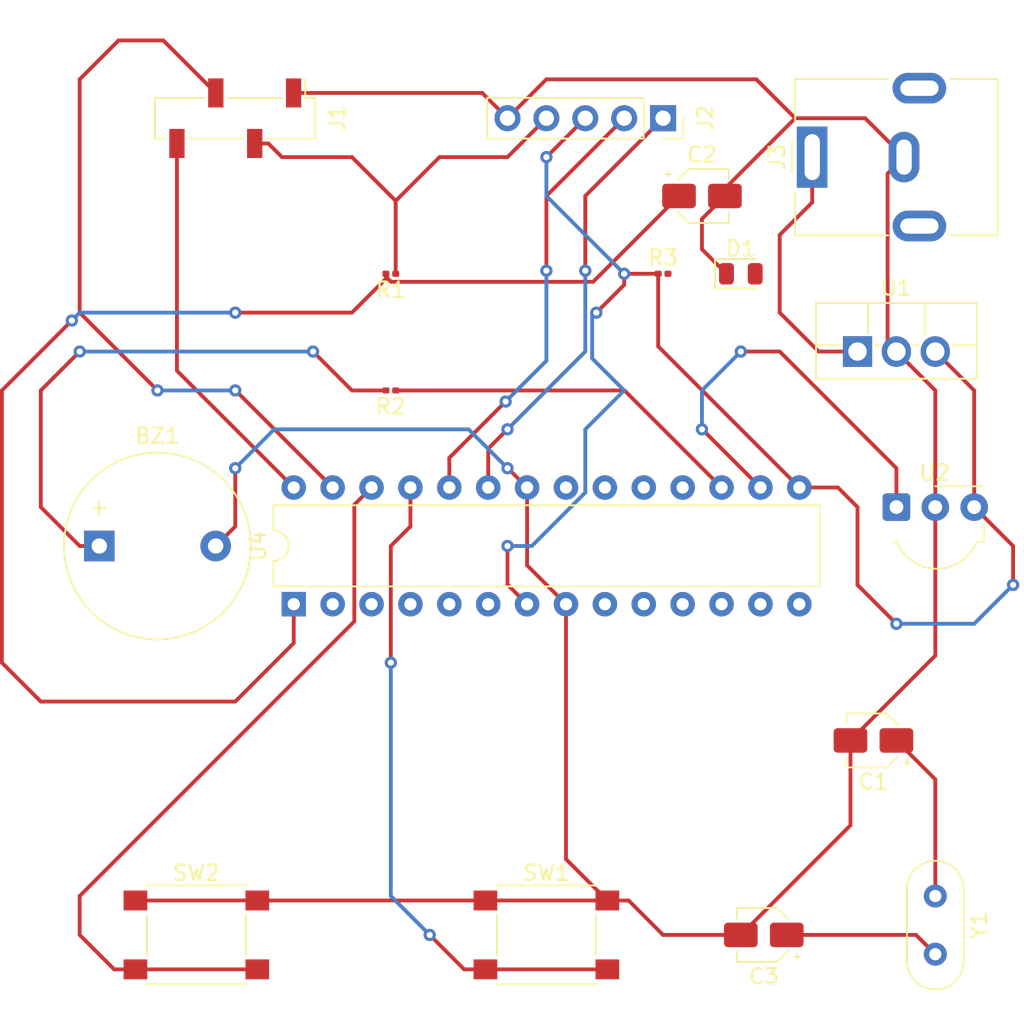
<source format=kicad_pcb>
(kicad_pcb (version 20211014) (generator pcbnew)
  (layers (0 "F.Cu" signal) (31 "B.Cu" signal) (34 "B.Paste" user) (35 "F.Paste" user) (36 "B.SilkS" user "B.Silkscreen") (37 "F.SilkS" user "F.Silkscreen") (38 "B.Mask" user) (39 "F.Mask" user) (44 "Edge.Cuts" user))
  (net 0 "")
  (net 1 "17")
  (net 2 "GND")
  (net 3 "Net-(C1-Pad1)")
  (net 4 "RESET")
  (net 5 "Net-(C3-Pad1)")
  (net 6 "ENA")
  (net 7 "SDA")
  (net 8 "SCL")
  (net 9 "IN1")
  (net 10 "IN2")
  (net 11 "25")
  (net 12 "26")
  (net 13 "16")
  (net 19 "9")
  (net 20 "10")
  (net 29 "Net-(D1-Pad2)")
  (net 30 "Net-(BZ1-Pad1)")
  (net 31 "Net-(J3-Pad1)")
  (footprint "Resistor_SMD:R_0201_0603Metric" (layer "F.Cu") (at 139.7 96.52 180)
    (fp_text reference "R2" (at 0 -1.05) (layer "F.SilkS"))
    (fp_text value "100k")
    (pad "1" smd roundrect (at -0.32 0 180) (size 0.46 0.4) (layers "F.Cu" "F.Mask") (net 1 "17"))
    (pad "2" smd roundrect (at 0.32 0 180) (size 0.46 0.4) (layers "F.Cu" "F.Mask") (net 30 "Net-(BZ1-Pad1)"))
  )
  (footprint "OptoDevice:Vishay_MOLD-3Pin" (layer "F.Cu") (at 172.72 104.14)
    (fp_text reference "U2" (at 2.5 -2.25 180) (layer "F.SilkS"))
    (fp_text value "TSDP341xx")
    (fp_line (start 5.7 2.3) (end 5.7 1.1) (layer "F.SilkS") (width 0.12))
    (fp_line (start 5.62 -1.36) (end 2.54 -1.36) (layer "F.SilkS") (width 0.12))
    (fp_line (start 5.7 2.3) (end 5.24 2.3) (layer "F.SilkS") (width 0.12))
    (fp_line (start 0.04 2.3) (end -0.18 2.3) (layer "F.SilkS") (width 0.12))
    (fp_arc (start 5.24 2.3) (mid 2.64 4.023119) (end 0.04 2.3) (layer "F.SilkS") (width 0.12))
    (pad "1" thru_hole roundrect (at 0 0) (size 1.8 1.8) (drill 0.9) (layers *.Cu *.Mask) (roundrect_rratio 0.138) (net 13 "16"))
    (pad "2" thru_hole circle (at 2.54 0) (size 1.8 1.8) (drill 0.9) (layers *.Cu *.Mask) (net 2 "GND"))
    (pad "3" thru_hole circle (at 5.08 0) (size 1.8 1.8) (drill 0.9) (layers *.Cu *.Mask) (net 6 "ENA"))
  )
  (footprint "Connector_BarrelJack:BarrelJack_CUI_PJ-063AH_Horizontal" (layer "F.Cu") (at 167.22 81.28 90)
    (fp_text reference "J3" (at 0 -2.3 90) (layer "F.SilkS"))
    (fp_text value "Barrel_Jack")
    (fp_line (start 5.11 9.05) (end 5.11 12.11) (layer "F.SilkS") (width 0.12))
    (fp_line (start -5.11 12.11) (end -5.11 9.05) (layer "F.SilkS") (width 0.12))
    (fp_line (start -1 -1.3) (end 1 -1.3) (layer "F.SilkS") (width 0.12))
    (fp_line (start -5.11 -1.11) (end -2.3 -1.11) (layer "F.SilkS") (width 0.12))
    (fp_line (start 5.11 12.11) (end -5.11 12.11) (layer "F.SilkS") (width 0.12))
    (fp_line (start 5.11 -1.11) (end 5.11 4.95) (layer "F.SilkS") (width 0.12))
    (fp_line (start -5.11 4.95) (end -5.11 -1.11) (layer "F.SilkS") (width 0.12))
    (fp_line (start 2.3 -1.11) (end 5.11 -1.11) (layer "F.SilkS") (width 0.12))
    (pad "" np_thru_hole circle (at 0 9 90) (size 1.6 1.6) (drill 1.6) (layers *.Cu *.Mask))
    (pad "1" thru_hole rect (at 0 0 90) (size 4 2) (drill oval 3 1) (layers *.Cu *.Mask) (net 31 "Net-(J3-Pad1)"))
    (pad "2" thru_hole oval (at 0 6 90) (size 3.3 2) (drill oval 2.3 1) (layers *.Cu *.Mask) (net 2 "GND"))
    (pad "MP" thru_hole oval (at -4.5 7 90) (size 2 3.5) (drill oval 1 2.5) (layers *.Cu *.Mask))
    (pad "MP" thru_hole oval (at 4.5 7 90) (size 2 3.5) (drill oval 1 2.5) (layers *.Cu *.Mask))
  )
  (footprint "Capacitor_SMD:CP_Elec_3x5.4" (layer "F.Cu") (at 164.06 132.08 180)
    (fp_text reference "C3" (at 0 -2.7) (layer "F.SilkS"))
    (fp_text value "22n")
    (fp_line (start -1.570563 1.06) (end -0.870563 1.76) (layer "F.SilkS") (width 0.12))
    (fp_line (start -0.870563 -1.76) (end 1.76 -1.76) (layer "F.SilkS") (width 0.12))
    (fp_line (start -2.1875 -1.6225) (end -2.1875 -1.2475) (layer "F.SilkS") (width 0.12))
    (fp_line (start -0.870563 1.76) (end 1.76 1.76) (layer "F.SilkS") (width 0.12))
    (fp_line (start -2.375 -1.435) (end -2 -1.435) (layer "F.SilkS") (width 0.12))
    (fp_line (start 1.76 1.76) (end 1.76 1.06) (layer "F.SilkS") (width 0.12))
    (fp_line (start 1.76 -1.76) (end 1.76 -1.06) (layer "F.SilkS") (width 0.12))
    (fp_line (start -1.570563 -1.06) (end -0.870563 -1.76) (layer "F.SilkS") (width 0.12))
    (pad "1" smd roundrect (at -1.5 0 180) (size 2.2 1.6) (layers "F.Cu" "F.Paste" "F.Mask") (roundrect_rratio 0.15625) (net 5 "Net-(C3-Pad1)"))
    (pad "2" smd roundrect (at 1.5 0 180) (size 2.2 1.6) (layers "F.Cu" "F.Paste" "F.Mask") (roundrect_rratio 0.15625) (net 2 "GND"))
  )
  (footprint "Crystal:Crystal_HC52-U_Vertical" (layer "F.Cu") (at 175.26 129.54 -90)
    (fp_text reference "Y1" (at 1.9 -2.85 90) (layer "F.SilkS"))
    (fp_text value "Crystal")
    (fp_line (start -0.45 -1.85) (end 4.25 -1.85) (layer "F.SilkS") (width 0.12))
    (fp_line (start -0.45 1.85) (end 4.25 1.85) (layer "F.SilkS") (width 0.12))
    (fp_arc (start -0.45 1.85) (mid -2.3 0) (end -0.45 -1.85) (layer "F.SilkS") (width 0.12))
    (fp_arc (start 4.25 -1.85) (mid 6.1 0) (end 4.25 1.85) (layer "F.SilkS") (width 0.12))
    (pad "1" thru_hole circle (at 0 0 270) (size 1.5 1.5) (drill 0.8) (layers *.Cu *.Mask) (net 3 "Net-(C1-Pad1)"))
    (pad "2" thru_hole circle (at 3.8 0 270) (size 1.5 1.5) (drill 0.8) (layers *.Cu *.Mask) (net 5 "Net-(C3-Pad1)"))
  )
  (footprint "Package_DIP:DIP-28_W7.62mm" (layer "F.Cu") (at 133.36 110.48 90)
    (fp_text reference "U4" (at 3.81 -2.33 90) (layer "F.SilkS"))
    (fp_text value "ATmega328-P")
    (fp_line (start 6.46 -1.33) (end 4.81 -1.33) (layer "F.SilkS") (width 0.12))
    (fp_line (start 2.81 -1.33) (end 1.16 -1.33) (layer "F.SilkS") (width 0.12))
    (fp_line (start 6.46 34.35) (end 6.46 -1.33) (layer "F.SilkS") (width 0.12))
    (fp_line (start 1.16 34.35) (end 6.46 34.35) (layer "F.SilkS") (width 0.12))
    (fp_line (start 1.16 -1.33) (end 1.16 34.35) (layer "F.SilkS") (width 0.12))
    (fp_arc (start 4.81 -1.33) (mid 3.81 -0.33) (end 2.81 -1.33) (layer "F.SilkS") (width 0.12))
    (pad "1" thru_hole rect (at 0 0 90) (size 1.6 1.6) (drill 0.8) (layers *.Cu *.Mask) (net 4 "RESET"))
    (pad "2" thru_hole oval (at 0 2.54 90) (size 1.6 1.6) (drill 0.8) (layers *.Cu *.Mask))
    (pad "3" thru_hole oval (at 0 5.08 90) (size 1.6 1.6) (drill 0.8) (layers *.Cu *.Mask))
    (pad "4" thru_hole oval (at 0 7.62 90) (size 1.6 1.6) (drill 0.8) (layers *.Cu *.Mask))
    (pad "5" thru_hole oval (at 0 10.16 90) (size 1.6 1.6) (drill 0.8) (layers *.Cu *.Mask))
    (pad "6" thru_hole oval (at 0 12.7 90) (size 1.6 1.6) (drill 0.8) (layers *.Cu *.Mask))
    (pad "7" thru_hole oval (at 0 15.24 90) (size 1.6 1.6) (drill 0.8) (layers *.Cu *.Mask) (net 6 "ENA"))
    (pad "8" thru_hole oval (at 0 17.78 90) (size 1.6 1.6) (drill 0.8) (layers *.Cu *.Mask) (net 2 "GND"))
    (pad "9" thru_hole oval (at 0 20.32 90) (size 1.6 1.6) (drill 0.8) (layers *.Cu *.Mask) (net 19 "9"))
    (pad "10" thru_hole oval (at 0 22.86 90) (size 1.6 1.6) (drill 0.8) (layers *.Cu *.Mask) (net 20 "10"))
    (pad "11" thru_hole oval (at 0 25.4 90) (size 1.6 1.6) (drill 0.8) (layers *.Cu *.Mask))
    (pad "12" thru_hole oval (at 0 27.94 90) (size 1.6 1.6) (drill 0.8) (layers *.Cu *.Mask))
    (pad "13" thru_hole oval (at 0 30.48 90) (size 1.6 1.6) (drill 0.8) (layers *.Cu *.Mask))
    (pad "14" thru_hole oval (at 0 33.02 90) (size 1.6 1.6) (drill 0.8) (layers *.Cu *.Mask))
    (pad "15" thru_hole oval (at 7.62 33.02 90) (size 1.6 1.6) (drill 0.8) (layers *.Cu *.Mask) (net 6 "ENA"))
    (pad "16" thru_hole oval (at 7.62 30.48 90) (size 1.6 1.6) (drill 0.8) (layers *.Cu *.Mask) (net 13 "16"))
    (pad "17" thru_hole oval (at 7.62 27.94 90) (size 1.6 1.6) (drill 0.8) (layers *.Cu *.Mask) (net 1 "17"))
    (pad "18" thru_hole oval (at 7.62 25.4 90) (size 1.6 1.6) (drill 0.8) (layers *.Cu *.Mask))
    (pad "19" thru_hole oval (at 7.62 22.86 90) (size 1.6 1.6) (drill 0.8) (layers *.Cu *.Mask))
    (pad "20" thru_hole oval (at 7.62 20.32 90) (size 1.6 1.6) (drill 0.8) (layers *.Cu *.Mask))
    (pad "21" thru_hole oval (at 7.62 17.78 90) (size 1.6 1.6) (drill 0.8) (layers *.Cu *.Mask))
    (pad "22" thru_hole oval (at 7.62 15.24 90) (size 1.6 1.6) (drill 0.8) (layers *.Cu *.Mask) (net 2 "GND"))
    (pad "23" thru_hole oval (at 7.62 12.7 90) (size 1.6 1.6) (drill 0.8) (layers *.Cu *.Mask) (net 9 "IN1"))
    (pad "24" thru_hole oval (at 7.62 10.16 90) (size 1.6 1.6) (drill 0.8) (layers *.Cu *.Mask) (net 10 "IN2"))
    (pad "25" thru_hole oval (at 7.62 7.62 90) (size 1.6 1.6) (drill 0.8) (layers *.Cu *.Mask) (net 11 "25"))
    (pad "26" thru_hole oval (at 7.62 5.08 90) (size 1.6 1.6) (drill 0.8) (layers *.Cu *.Mask) (net 12 "26"))
    (pad "27" thru_hole oval (at 7.62 2.54 90) (size 1.6 1.6) (drill 0.8) (layers *.Cu *.Mask) (net 7 "SDA"))
    (pad "28" thru_hole oval (at 7.62 0 90) (size 1.6 1.6) (drill 0.8) (layers *.Cu *.Mask) (net 8 "SCL"))
  )
  (footprint "Capacitor_SMD:CP_Elec_3x5.4" (layer "F.Cu") (at 160.02 83.82)
    (fp_text reference "C2" (at 0 -2.7) (layer "F.SilkS"))
    (fp_text value "22n")
    (fp_line (start -2.375 -1.435) (end -2 -1.435) (layer "F.SilkS") (width 0.12))
    (fp_line (start -0.870563 -1.76) (end 1.76 -1.76) (layer "F.SilkS") (width 0.12))
    (fp_line (start -0.870563 1.76) (end 1.76 1.76) (layer "F.SilkS") (width 0.12))
    (fp_line (start -1.570563 -1.06) (end -0.870563 -1.76) (layer "F.SilkS") (width 0.12))
    (fp_line (start 1.76 1.76) (end 1.76 1.06) (layer "F.SilkS") (width 0.12))
    (fp_line (start -1.570563 1.06) (end -0.870563 1.76) (layer "F.SilkS") (width 0.12))
    (fp_line (start 1.76 -1.76) (end 1.76 -1.06) (layer "F.SilkS") (width 0.12))
    (fp_line (start -2.1875 -1.6225) (end -2.1875 -1.2475) (layer "F.SilkS") (width 0.12))
    (pad "1" smd roundrect (at -1.5 0) (size 2.2 1.6) (layers "F.Cu" "F.Paste" "F.Mask") (roundrect_rratio 0.15625) (net 4 "RESET"))
    (pad "2" smd roundrect (at 1.5 0) (size 2.2 1.6) (layers "F.Cu" "F.Paste" "F.Mask") (roundrect_rratio 0.15625) (net 2 "GND"))
  )
  (footprint "Package_TO_SOT_THT:TO-220F-3_Vertical" (layer "F.Cu") (at 170.18 93.98)
    (fp_text reference "U1" (at 2.54 -4.1675) (layer "F.SilkS"))
    (fp_text value "L7805")
    (fp_line (start 7.79 -3.168) (end 7.79 1.773) (layer "F.SilkS") (width 0.12))
    (fp_line (start -2.71 -3.168) (end -2.71 1.773) (layer "F.SilkS") (width 0.12))
    (fp_line (start -2.71 -3.168) (end 7.79 -3.168) (layer "F.SilkS") (width 0.12))
    (fp_line (start 3.643 -0.408) (end 3.978 -0.408) (layer "F.SilkS") (width 0.12))
    (fp_line (start -2.71 -0.408) (end -1.103 -0.408) (layer "F.SilkS") (width 0.12))
    (fp_line (start 6.183 -0.408) (end 7.79 -0.408) (layer "F.SilkS") (width 0.12))
    (fp_line (start 1.103 -0.408) (end 1.438 -0.408) (layer "F.SilkS") (width 0.12))
    (fp_line (start -2.71 1.773) (end 7.79 1.773) (layer "F.SilkS") (width 0.12))
    (fp_line (start 4.391 -3.168) (end 4.391 -1.15) (layer "F.SilkS") (width 0.12))
    (fp_line (start 0.69 -3.168) (end 0.69 -1.15) (layer "F.SilkS") (width 0.12))
    (pad "1" thru_hole rect (at 0 0) (size 1.905 2) (drill 1.2) (layers *.Cu *.Mask) (net 31 "Net-(J3-Pad1)"))
    (pad "2" thru_hole oval (at 2.54 0) (size 1.905 2) (drill 1.2) (layers *.Cu *.Mask) (net 2 "GND"))
    (pad "3" thru_hole oval (at 5.08 0) (size 1.905 2) (drill 1.2) (layers *.Cu *.Mask) (net 6 "ENA"))
  )
  (footprint "Resistor_SMD:R_0201_0603Metric" (layer "F.Cu") (at 139.7 88.9 180)
    (fp_text reference "R1" (at 0 -1.05) (layer "F.SilkS"))
    (fp_text value "10k")
    (pad "1" smd roundrect (at -0.32 0 180) (size 0.46 0.4) (layers "F.Cu" "F.Mask") (net 6 "ENA"))
    (pad "2" smd roundrect (at 0.32 0 180) (size 0.46 0.4) (layers "F.Cu" "F.Mask") (net 4 "RESET"))
  )
  (footprint "Capacitor_SMD:CP_Elec_3x5.4" (layer "F.Cu") (at 171.22 119.38 180)
    (fp_text reference "C1" (at 0 -2.7) (layer "F.SilkS"))
    (fp_text value "22n")
    (fp_line (start -2.1875 -1.6225) (end -2.1875 -1.2475) (layer "F.SilkS") (width 0.12))
    (fp_line (start 1.76 -1.76) (end 1.76 -1.06) (layer "F.SilkS") (width 0.12))
    (fp_line (start -1.570563 -1.06) (end -0.870563 -1.76) (layer "F.SilkS") (width 0.12))
    (fp_line (start -0.870563 -1.76) (end 1.76 -1.76) (layer "F.SilkS") (width 0.12))
    (fp_line (start 1.76 1.76) (end 1.76 1.06) (layer "F.SilkS") (width 0.12))
    (fp_line (start -0.870563 1.76) (end 1.76 1.76) (layer "F.SilkS") (width 0.12))
    (fp_line (start -1.570563 1.06) (end -0.870563 1.76) (layer "F.SilkS") (width 0.12))
    (fp_line (start -2.375 -1.435) (end -2 -1.435) (layer "F.SilkS") (width 0.12))
    (pad "1" smd roundrect (at -1.5 0 180) (size 2.2 1.6) (layers "F.Cu" "F.Paste" "F.Mask") (roundrect_rratio 0.15625) (net 3 "Net-(C1-Pad1)"))
    (pad "2" smd roundrect (at 1.5 0 180) (size 2.2 1.6) (layers "F.Cu" "F.Paste" "F.Mask") (roundrect_rratio 0.15625) (net 2 "GND"))
  )
  (footprint "Button_Switch_SMD:SW_SPST_PTS645" (layer "F.Cu") (at 127 132.08)
    (fp_text reference "SW2" (at 0 -4.05) (layer "F.SilkS"))
    (fp_text value "SW_Push")
    (fp_line (start -3.23 -3.2) (end -3.23 -3.23) (layer "F.SilkS") (width 0.12))
    (fp_line (start 3.23 -3.23) (end 3.23 -3.2) (layer "F.SilkS") (width 0.12))
    (fp_line (start 3.23 -1.3) (end 3.23 1.3) (layer "F.SilkS") (width 0.12))
    (fp_line (start -3.23 3.23) (end -3.23 3.2) (layer "F.SilkS") (width 0.12))
    (fp_line (start 3.23 3.23) (end 3.23 3.2) (layer "F.SilkS") (width 0.12))
    (fp_line (start -3.23 -1.3) (end -3.23 1.3) (layer "F.SilkS") (width 0.12))
    (fp_line (start -3.23 -3.23) (end 3.23 -3.23) (layer "F.SilkS") (width 0.12))
    (fp_line (start -3.23 3.23) (end 3.23 3.23) (layer "F.SilkS") (width 0.12))
    (pad "1" smd rect (at -3.98 -2.25) (size 1.55 1.3) (layers "F.Cu" "F.Paste" "F.Mask") (net 2 "GND"))
    (pad "1" smd rect (at 3.98 -2.25) (size 1.55 1.3) (layers "F.Cu" "F.Paste" "F.Mask") (net 2 "GND"))
    (pad "2" smd rect (at 3.98 2.25) (size 1.55 1.3) (layers "F.Cu" "F.Paste" "F.Mask") (net 12 "26"))
    (pad "2" smd rect (at -3.98 2.25) (size 1.55 1.3) (layers "F.Cu" "F.Paste" "F.Mask") (net 12 "26"))
  )
  (footprint "Resistor_SMD:R_0201_0603Metric" (layer "F.Cu") (at 157.48 88.9)
    (fp_text reference "R3" (at 0 -1.05) (layer "F.SilkS"))
    (fp_text value "100k")
    (pad "1" smd roundrect (at -0.32 0) (size 0.46 0.4) (layers "F.Cu" "F.Mask") (net 6 "ENA"))
    (pad "2" smd roundrect (at 0.32 0) (size 0.46 0.4) (layers "F.Cu" "F.Mask") (net 29 "Net-(D1-Pad2)"))
  )
  (footprint "Button_Switch_SMD:SW_SPST_PTS645" (layer "F.Cu") (at 149.86 132.08)
    (fp_text reference "SW1" (at 0 -4.05) (layer "F.SilkS"))
    (fp_text value "SW_Push")
    (fp_line (start 3.23 3.23) (end 3.23 3.2) (layer "F.SilkS") (width 0.12))
    (fp_line (start -3.23 3.23) (end 3.23 3.23) (layer "F.SilkS") (width 0.12))
    (fp_line (start 3.23 -1.3) (end 3.23 1.3) (layer "F.SilkS") (width 0.12))
    (fp_line (start 3.23 -3.23) (end 3.23 -3.2) (layer "F.SilkS") (width 0.12))
    (fp_line (start -3.23 -3.2) (end -3.23 -3.23) (layer "F.SilkS") (width 0.12))
    (fp_line (start -3.23 -3.23) (end 3.23 -3.23) (layer "F.SilkS") (width 0.12))
    (fp_line (start -3.23 3.23) (end -3.23 3.2) (layer "F.SilkS") (width 0.12))
    (fp_line (start -3.23 -1.3) (end -3.23 1.3) (layer "F.SilkS") (width 0.12))
    (pad "1" smd rect (at 3.98 -2.25) (size 1.55 1.3) (layers "F.Cu" "F.Paste" "F.Mask") (net 2 "GND"))
    (pad "1" smd rect (at -3.98 -2.25) (size 1.55 1.3) (layers "F.Cu" "F.Paste" "F.Mask") (net 2 "GND"))
    (pad "2" smd rect (at -3.98 2.25) (size 1.55 1.3) (layers "F.Cu" "F.Paste" "F.Mask") (net 11 "25"))
    (pad "2" smd rect (at 3.98 2.25) (size 1.55 1.3) (layers "F.Cu" "F.Paste" "F.Mask") (net 11 "25"))
  )
  (footprint "LED_SMD:LED_0805_2012Metric" (layer "F.Cu") (at 162.56 88.9)
    (fp_text reference "D1" (at 0 -1.65) (layer "F.SilkS"))
    (fp_text value "LED")
    (fp_line (start -1.685 0.96) (end 1 0.96) (layer "F.SilkS") (width 0.12))
    (fp_line (start 1 -0.96) (end -1.685 -0.96) (layer "F.SilkS") (width 0.12))
    (fp_line (start -1.685 -0.96) (end -1.685 0.96) (layer "F.SilkS") (width 0.12))
    (pad "1" smd roundrect (at -0.9375 0) (size 0.975 1.4) (layers "F.Cu" "F.Paste" "F.Mask") (net 2 "GND"))
    (pad "2" smd roundrect (at 0.9375 0) (size 0.975 1.4) (layers "F.Cu" "F.Paste" "F.Mask") (net 29 "Net-(D1-Pad2)"))
  )
  (footprint "Buzzer_Beeper:Buzzer_12x9.5RM7.6" (layer "F.Cu") (at 120.66 106.68)
    (fp_text reference "BZ1" (at 3.8 -7.2) (layer "F.SilkS"))
    (fp_text value "Buzzer")
    (fp_text user "+" (at -0.01 -2.54) (layer "F.SilkS"))
    (fp_circle (center 3.8 0) (end 9.9 0) (layer "F.SilkS") (width 0.12) (fill none))
    (pad "1" thru_hole rect (at 0 0) (size 2 2) (drill 1) (layers *.Cu *.Mask) (net 30 "Net-(BZ1-Pad1)"))
    (pad "2" thru_hole circle (at 7.6 0) (size 2 2) (drill 1) (layers *.Cu *.Mask) (net 2 "GND"))
  )
  (footprint "Connector_PinSocket_2.54mm:PinSocket_1x05_P2.54mm_Vertical" (layer "F.Cu") (at 157.48 78.74 -90)
    (fp_text reference "J2" (at 0 -2.77 90) (layer "F.SilkS"))
    (fp_text value "Conn_01x05_Female")
    (fp_line (start 0 -1.33) (end 1.33 -1.33) (layer "F.SilkS") (width 0.12))
    (fp_line (start 1.33 1.27) (end 1.33 11.49) (layer "F.SilkS") (width 0.12))
    (fp_line (start 1.33 -1.33) (end 1.33 0) (layer "F.SilkS") (width 0.12))
    (fp_line (start -1.33 1.27) (end -1.33 11.49) (layer "F.SilkS") (width 0.12))
    (fp_line (start -1.33 1.27) (end 1.33 1.27) (layer "F.SilkS") (width 0.12))
    (fp_line (start -1.33 11.49) (end 1.33 11.49) (layer "F.SilkS") (width 0.12))
    (pad "1" thru_hole rect (at 0 0 270) (size 1.7 1.7) (drill 1) (layers *.Cu *.Mask) (net 9 "IN1"))
    (pad "2" thru_hole oval (at 0 2.54 270) (size 1.7 1.7) (drill 1) (layers *.Cu *.Mask) (net 10 "IN2"))
    (pad "3" thru_hole oval (at 0 5.08 270) (size 1.7 1.7) (drill 1) (layers *.Cu *.Mask) (net 6 "ENA"))
    (pad "4" thru_hole oval (at 0 7.62 270) (size 1.7 1.7) (drill 1) (layers *.Cu *.Mask) (net 6 "ENA"))
    (pad "5" thru_hole oval (at 0 10.16 270) (size 1.7 1.7) (drill 1) (layers *.Cu *.Mask) (net 2 "GND"))
  )
  (footprint "Connector_PinSocket_2.54mm:PinSocket_1x04_P2.54mm_Vertical_SMD_Pin1Left" (layer "F.Cu") (at 129.54 78.74 -90)
    (fp_text reference "J1" (at 0 -6.68 90) (layer "F.SilkS"))
    (fp_text value "Conn_01x04_Female")
    (fp_line (start -1.33 -3.05) (end -1.33 0.51) (layer "F.SilkS") (width 0.12))
    (fp_line (start 1.33 4.57) (end 1.33 5.24) (layer "F.SilkS") (width 0.12))
    (fp_line (start 1.33 -5.24) (end 1.33 -2.03) (layer "F.SilkS") (width 0.12))
    (fp_line (start -2.54 -4.57) (end -1.33 -4.57) (layer "F.SilkS") (width 0.12))
    (fp_line (start 1.33 -0.51) (end 1.33 3.05) (layer "F.SilkS") (width 0.12))
    (fp_line (start -1.33 5.24) (end 1.33 5.24) (layer "F.SilkS") (width 0.12))
    (fp_line (start -1.33 -5.24) (end 1.33 -5.24) (layer "F.SilkS") (width 0.12))
    (fp_line (start -1.33 -5.24) (end -1.33 -4.57) (layer "F.SilkS") (width 0.12))
    (fp_line (start -1.33 2.03) (end -1.33 5.24) (layer "F.SilkS") (width 0.12))
    (pad "1" smd rect (at -1.65 -3.81 270) (size 1.9 1) (layers "F.Cu" "F.Paste" "F.Mask") (net 2 "GND"))
    (pad "2" smd rect (at 1.65 -1.27 270) (size 1.9 1) (layers "F.Cu" "F.Paste" "F.Mask") (net 6 "ENA"))
    (pad "3" smd rect (at -1.65 1.27 270) (size 1.9 1) (layers "F.Cu" "F.Paste" "F.Mask") (net 7 "SDA"))
    (pad "4" smd rect (at 1.65 3.81 270) (size 1.9 1) (layers "F.Cu" "F.Paste" "F.Mask") (net 8 "SCL"))
  )
  (segment (start 154.96 96.52) (end 161.3 102.86) (width 0.25) (layer "F.Cu") (net 1))
  (segment (start 140.02 96.52) (end 154.96 96.52) (width 0.25) (layer "F.Cu") (net 1))
  (segment (start 128.26 106.68) (end 129.54 105.4) (width 0.25) (layer "F.Cu") (net 2))
  (segment (start 175.26 96.52) (end 172.72 93.98) (width 0.25) (layer "F.Cu") (net 2))
  (segment (start 172.14548 82.35452) (end 173.22 81.28) (width 0.25) (layer "F.Cu") (net 2))
  (segment (start 148.6 107.94) (end 151.14 110.48) (width 0.25) (layer "F.Cu") (net 2))
  (segment (start 147.34 101.6) (end 148.6 102.86) (width 0.25) (layer "F.Cu") (net 2))
  (segment (start 166.110978 78.74) (end 170.68 78.74) (width 0.25) (layer "F.Cu") (net 2))
  (segment (start 129.54 105.4) (end 129.54 101.6) (width 0.25) (layer "F.Cu") (net 2))
  (segment (start 162.56 132.08) (end 157.48 132.08) (width 0.25) (layer "F.Cu") (net 2))
  (segment (start 170.68 78.74) (end 173.22 81.28) (width 0.25) (layer "F.Cu") (net 2))
  (segment (start 161.52 83.82) (end 160.02 85.32) (width 0.25) (layer "F.Cu") (net 2))
  (segment (start 160.02 85.32) (end 160.02 87.2975) (width 0.25) (layer "F.Cu") (net 2))
  (segment (start 148.6 102.86) (end 148.6 107.94) (width 0.25) (layer "F.Cu") (net 2))
  (segment (start 151.14 110.48) (end 151.14 127.13) (width 0.25) (layer "F.Cu") (net 2))
  (segment (start 163.570978 76.2) (end 166.110978 78.74) (width 0.25) (layer "F.Cu") (net 2))
  (segment (start 147.32 78.74) (end 149.86 76.2) (width 0.25) (layer "F.Cu") (net 2))
  (segment (start 172.72 93.98) (end 172.14548 93.40548) (width 0.25) (layer "F.Cu") (net 2))
  (segment (start 169.72 119.38) (end 175.26 113.84) (width 0.25) (layer "F.Cu") (net 2))
  (segment (start 160.02 87.2975) (end 161.6225 88.9) (width 0.25) (layer "F.Cu") (net 2))
  (segment (start 123.02 129.83) (end 130.98 129.83) (width 0.25) (layer "F.Cu") (net 2))
  (segment (start 151.14 127.13) (end 153.84 129.83) (width 0.25) (layer "F.Cu") (net 2))
  (segment (start 145.67 77.09) (end 147.32 78.74) (width 0.25) (layer "F.Cu") (net 2))
  (segment (start 161.52 83.82) (end 161.52 83.330978) (width 0.25) (layer "F.Cu") (net 2))
  (segment (start 175.26 113.84) (end 175.26 104.14) (width 0.25) (layer "F.Cu") (net 2))
  (segment (start 145.88 129.83) (end 153.84 129.83) (width 0.25) (layer "F.Cu") (net 2))
  (segment (start 161.52 83.330978) (end 166.110978 78.74) (width 0.25) (layer "F.Cu") (net 2))
  (segment (start 133.35 77.09) (end 145.67 77.09) (width 0.25) (layer "F.Cu") (net 2))
  (segment (start 149.86 76.2) (end 163.570978 76.2) (width 0.25) (layer "F.Cu") (net 2))
  (segment (start 147.32 101.6) (end 147.34 101.6) (width 0.25) (layer "F.Cu") (net 2))
  (segment (start 172.14548 93.40548) (end 172.14548 82.35452) (width 0.25) (layer "F.Cu") (net 2))
  (segment (start 175.26 104.14) (end 175.26 96.52) (width 0.25) (layer "F.Cu") (net 2))
  (segment (start 162.56 132.08) (end 169.72 124.92) (width 0.25) (layer "F.Cu") (net 2))
  (segment (start 155.23 129.83) (end 153.84 129.83) (width 0.25) (layer "F.Cu") (net 2))
  (segment (start 157.48 132.08) (end 155.23 129.83) (width 0.25) (layer "F.Cu") (net 2))
  (segment (start 169.72 124.92) (end 169.72 119.38) (width 0.25) (layer "F.Cu") (net 2))
  (segment (start 130.98 129.83) (end 145.88 129.83) (width 0.25) (layer "F.Cu") (net 2))
  (via (at 147.32 101.6) (size 0.8) (drill 0.4) (layers "F.Cu" "B.Cu") (net 2))
  (via (at 129.54 101.6) (size 0.8) (drill 0.4) (layers "F.Cu" "B.Cu") (net 2))
  (segment (start 132.08 99.06) (end 144.78 99.06) (width 0.25) (layer "B.Cu") (net 2))
  (segment (start 129.54 101.6) (end 132.08 99.06) (width 0.25) (layer "B.Cu") (net 2))
  (segment (start 144.78 99.06) (end 147.32 101.6) (width 0.25) (layer "B.Cu") (net 2))
  (segment (start 175.26 129.54) (end 175.26 121.92) (width 0.25) (layer "F.Cu") (net 3))
  (segment (start 175.26 121.92) (end 172.72 119.38) (width 0.25) (layer "F.Cu") (net 3))
  (segment (start 139.714159 89.42452) (end 152.91548 89.42452) (width 0.25) (layer "F.Cu") (net 4))
  (segment (start 152.91548 89.42452) (end 158.52 83.82) (width 0.25) (layer "F.Cu") (net 4))
  (segment (start 139.38 89.22) (end 139.38 89.090361) (width 0.25) (layer "F.Cu") (net 4))
  (segment (start 133.36 113.02) (end 129.54 116.84) (width 0.25) (layer "F.Cu") (net 4))
  (segment (start 139.38 89.090361) (end 139.714159 89.42452) (width 0.25) (layer "F.Cu") (net 4))
  (segment (start 139.38 88.9) (end 139.38 89.090361) (width 0.25) (layer "F.Cu") (net 4))
  (segment (start 133.36 110.48) (end 133.36 113.02) (width 0.25) (layer "F.Cu") (net 4))
  (segment (start 119.062141 91.757859) (end 118.867701 91.952299) (width 0.25) (layer "F.Cu") (net 4))
  (segment (start 129.54 91.44) (end 137.16 91.44) (width 0.25) (layer "F.Cu") (net 4))
  (segment (start 114.3 96.52) (end 119.062141 91.757859) (width 0.25) (layer "F.Cu") (net 4))
  (segment (start 137.16 91.44) (end 139.38 89.22) (width 0.25) (layer "F.Cu") (net 4))
  (segment (start 114.3 114.3) (end 114.3 96.52) (width 0.25) (layer "F.Cu") (net 4))
  (segment (start 116.84 116.84) (end 114.3 114.3) (width 0.25) (layer "F.Cu") (net 4))
  (segment (start 129.54 116.84) (end 116.84 116.84) (width 0.25) (layer "F.Cu") (net 4))
  (via (at 129.54 91.44) (size 0.8) (drill 0.4) (layers "F.Cu" "B.Cu") (net 4))
  (via (at 118.867701 91.952299) (size 0.8) (drill 0.4) (layers "F.Cu" "B.Cu") (net 4))
  (segment (start 118.867701 91.952299) (end 119.38 91.44) (width 0.25) (layer "B.Cu") (net 4))
  (segment (start 119.38 91.44) (end 129.54 91.44) (width 0.25) (layer "B.Cu") (net 4))
  (segment (start 174 132.08) (end 175.26 133.34) (width 0.25) (layer "F.Cu") (net 5))
  (segment (start 165.56 132.08) (end 174 132.08) (width 0.25) (layer "F.Cu") (net 5))
  (segment (start 147.32 109.2) (end 147.32 106.68) (width 0.25) (layer "F.Cu") (net 6))
  (segment (start 168.9 102.86) (end 170.18 104.14) (width 0.25) (layer "F.Cu") (net 6))
  (segment (start 154.94 88.9) (end 157.16 88.9) (width 0.25) (layer "F.Cu") (net 6))
  (segment (start 154.94 89.6245) (end 154.94 88.9) (width 0.25) (layer "F.Cu") (net 6))
  (segment (start 170.18 109.22) (end 172.72 111.76) (width 0.25) (layer "F.Cu") (net 6))
  (segment (start 140.02 84.14) (end 142.88 81.28) (width 0.25) (layer "F.Cu") (net 6))
  (segment (start 147.32 81.28) (end 149.86 78.74) (width 0.25) (layer "F.Cu") (net 6))
  (segment (start 140.02 84.14) (end 140.02 88.9) (width 0.25) (layer "F.Cu") (net 6))
  (segment (start 177.8 96.52) (end 175.26 93.98) (width 0.25) (layer "F.Cu") (net 6))
  (segment (start 166.38 102.86) (end 157.16 93.64) (width 0.25) (layer "F.Cu") (net 6))
  (segment (start 131.700361 80.39) (end 130.81 80.39) (width 0.25) (layer "F.Cu") (net 6))
  (segment (start 166.38 102.86) (end 168.9 102.86) (width 0.25) (layer "F.Cu") (net 6))
  (segment (start 131.700361 80.39) (end 132.590361 81.28) (width 0.25) (layer "F.Cu") (net 6))
  (segment (start 180.34 109.22) (end 180.34 106.68) (width 0.25) (layer "F.Cu") (net 6))
  (segment (start 170.18 104.14) (end 170.18 109.22) (width 0.25) (layer "F.Cu") (net 6))
  (segment (start 132.590361 81.28) (end 137.16 81.28) (width 0.25) (layer "F.Cu") (net 6))
  (segment (start 180.34 106.68) (end 177.8 104.14) (width 0.25) (layer "F.Cu") (net 6))
  (segment (start 157.16 93.64) (end 157.16 88.9) (width 0.25) (layer "F.Cu") (net 6))
  (segment (start 137.16 81.28) (end 140.02 84.14) (width 0.25) (layer "F.Cu") (net 6))
  (segment (start 148.6 110.48) (end 147.32 109.2) (width 0.25) (layer "F.Cu") (net 6))
  (segment (start 152.4 78.74) (end 149.86 81.28) (width 0.25) (layer "F.Cu") (net 6))
  (segment (start 177.8 104.14) (end 177.8 96.52) (width 0.25) (layer "F.Cu") (net 6))
  (segment (start 142.88 81.28) (end 147.32 81.28) (width 0.25) (layer "F.Cu") (net 6))
  (segment (start 153.1245 91.44) (end 154.94 89.6245) (width 0.25) (layer "F.Cu") (net 6))
  (via (at 154.94 88.9) (size 0.8) (drill 0.4) (layers "F.Cu" "B.Cu") (net 6))
  (via (at 153.1245 91.44) (size 0.8) (drill 0.4) (layers "F.Cu" "B.Cu") (net 6))
  (via (at 180.34 109.22) (size 0.8) (drill 0.4) (layers "F.Cu" "B.Cu") (net 6))
  (via (at 149.86 81.28) (size 0.8) (drill 0.4) (layers "F.Cu" "B.Cu") (net 6))
  (via (at 147.32 106.68) (size 0.8) (drill 0.4) (layers "F.Cu" "B.Cu") (net 6))
  (via (at 172.72 111.76) (size 0.8) (drill 0.4) (layers "F.Cu" "B.Cu") (net 6))
  (segment (start 152.4 99.06) (end 154.94 96.52) (width 0.25) (layer "B.Cu") (net 6))
  (segment (start 147.32 106.68) (end 148.9103 106.68) (width 0.25) (layer "B.Cu") (net 6))
  (segment (start 152.84952 91.44) (end 153.1245 91.44) (width 0.25) (layer "B.Cu") (net 6))
  (segment (start 152.84952 94.42952) (end 152.84952 91.44) (width 0.25) (layer "B.Cu") (net 6))
  (segment (start 177.8 111.76) (end 180.34 109.22) (width 0.25) (layer "B.Cu") (net 6))
  (segment (start 148.9103 106.68) (end 152.4 103.1903) (width 0.25) (layer "B.Cu") (net 6))
  (segment (start 172.72 111.76) (end 177.8 111.76) (width 0.25) (layer "B.Cu") (net 6))
  (segment (start 149.86 81.28) (end 149.86 83.82) (width 0.25) (layer "B.Cu") (net 6))
  (segment (start 149.86 83.82) (end 154.94 88.9) (width 0.25) (layer "B.Cu") (net 6))
  (segment (start 154.94 96.52) (end 152.84952 94.42952) (width 0.25) (layer "B.Cu") (net 6))
  (segment (start 152.4 103.1903) (end 152.4 99.06) (width 0.25) (layer "B.Cu") (net 6))
  (segment (start 119.38 76.2) (end 119.38 91.44) (width 0.25) (layer "F.Cu") (net 7))
  (segment (start 124.84 73.66) (end 121.92 73.66) (width 0.25) (layer "F.Cu") (net 7))
  (segment (start 129.56 96.52) (end 135.9 102.86) (width 0.25) (layer "F.Cu") (net 7))
  (segment (start 121.92 73.66) (end 119.38 76.2) (width 0.25) (layer "F.Cu") (net 7))
  (segment (start 119.38 91.44) (end 124.46 96.52) (width 0.25) (layer "F.Cu") (net 7))
  (segment (start 128.27 77.09) (end 124.84 73.66) (width 0.25) (layer "F.Cu") (net 7))
  (segment (start 129.54 96.52) (end 129.56 96.52) (width 0.25) (layer "F.Cu") (net 7))
  (via (at 129.54 96.52) (size 0.8) (drill 0.4) (layers "F.Cu" "B.Cu") (net 7))
  (via (at 124.46 96.52) (size 0.8) (drill 0.4) (layers "F.Cu" "B.Cu") (net 7))
  (segment (start 124.46 96.52) (end 129.56 96.52) (width 0.25) (layer "B.Cu") (net 7))
  (segment (start 129.56 96.52) (end 129.54 96.52) (width 0.25) (layer "B.Cu") (net 7))
  (segment (start 125.73 80.39) (end 125.73 95.23) (width 0.25) (layer "F.Cu") (net 8))
  (segment (start 125.73 95.23) (end 133.36 102.86) (width 0.25) (layer "F.Cu") (net 8))
  (segment (start 146.06 100.32) (end 146.06 102.86) (width 0.25) (layer "F.Cu") (net 9))
  (segment (start 147.32 99.06) (end 146.06 100.32) (width 0.25) (layer "F.Cu") (net 9))
  (segment (start 157.48 78.74) (end 152.4 83.82) (width 0.25) (layer "F.Cu") (net 9))
  (segment (start 152.4 83.82) (end 152.4 88.70002) (width 0.25) (layer "F.Cu") (net 9))
  (via (at 147.32 99.06) (size 0.8) (drill 0.4) (layers "F.Cu" "B.Cu") (net 9))
  (via (at 152.4 88.70002) (size 0.8) (drill 0.4) (layers "F.Cu" "B.Cu") (net 9))
  (segment (start 152.4 93.98) (end 147.32 99.06) (width 0.25) (layer "B.Cu") (net 9))
  (segment (start 152.4 88.70002) (end 152.4 93.98) (width 0.25) (layer "B.Cu") (net 9))
  (segment (start 154.94 78.74) (end 149.86 83.82) (width 0.25) (layer "F.Cu") (net 10))
  (segment (start 147.196431 97.2445) (end 143.52 100.920931) (width 0.25) (layer "F.Cu") (net 10))
  (segment (start 143.52 100.920931) (end 143.52 102.86) (width 0.25) (layer "F.Cu") (net 10))
  (segment (start 149.86 83.82) (end 149.86 88.70002) (width 0.25) (layer "F.Cu") (net 10))
  (via (at 147.196431 97.2445) (size 0.8) (drill 0.4) (layers "F.Cu" "B.Cu") (net 10))
  (via (at 149.86 88.70002) (size 0.8) (drill 0.4) (layers "F.Cu" "B.Cu") (net 10))
  (segment (start 149.86 94.580931) (end 147.196431 97.2445) (width 0.25) (layer "B.Cu") (net 10))
  (segment (start 149.86 88.70002) (end 149.86 94.580931) (width 0.25) (layer "B.Cu") (net 10))
  (segment (start 139.7 106.68) (end 140.98 105.4) (width 0.25) (layer "F.Cu") (net 11))
  (segment (start 139.7 114.3) (end 139.7 106.68) (width 0.25) (layer "F.Cu") (net 11))
  (segment (start 153.84 134.33) (end 145.88 134.33) (width 0.25) (layer "F.Cu") (net 11))
  (segment (start 140.98 105.4) (end 140.98 102.86) (width 0.25) (layer "F.Cu") (net 11))
  (segment (start 144.49 134.33) (end 142.24 132.08) (width 0.25) (layer "F.Cu") (net 11))
  (segment (start 145.88 134.33) (end 144.49 134.33) (width 0.25) (layer "F.Cu") (net 11))
  (via (at 139.7 114.3) (size 0.8) (drill 0.4) (layers "F.Cu" "B.Cu") (net 11))
  (via (at 142.24 132.08) (size 0.8) (drill 0.4) (layers "F.Cu" "B.Cu") (net 11))
  (segment (start 142.24 132.08) (end 139.7 129.54) (width 0.25) (layer "B.Cu") (net 11))
  (segment (start 139.7 129.54) (end 139.7 114.3) (width 0.25) (layer "B.Cu") (net 11))
  (segment (start 119.38 129.54) (end 137.315489 111.604511) (width 0.25) (layer "F.Cu") (net 12))
  (segment (start 121.63 134.33) (end 123.02 134.33) (width 0.25) (layer "F.Cu") (net 12))
  (segment (start 137.315489 111.604511) (end 137.315489 103.984511) (width 0.25) (layer "F.Cu") (net 12))
  (segment (start 119.38 129.54) (end 119.38 132.08) (width 0.25) (layer "F.Cu") (net 12))
  (segment (start 137.315489 103.984511) (end 138.44 102.86) (width 0.25) (layer "F.Cu") (net 12))
  (segment (start 119.38 132.08) (end 121.63 134.33) (width 0.25) (layer "F.Cu") (net 12))
  (segment (start 123.02 134.33) (end 130.98 134.33) (width 0.25) (layer "F.Cu") (net 12))
  (segment (start 165.1 93.98) (end 172.72 101.6) (width 0.25) (layer "F.Cu") (net 13))
  (segment (start 160.04 99.06) (end 160.02 99.06) (width 0.25) (layer "F.Cu") (net 13))
  (segment (start 172.72 101.6) (end 172.72 104.14) (width 0.25) (layer "F.Cu") (net 13))
  (segment (start 162.56 93.98) (end 165.1 93.98) (width 0.25) (layer "F.Cu") (net 13))
  (segment (start 163.84 102.86) (end 160.04 99.06) (width 0.25) (layer "F.Cu") (net 13))
  (via (at 160.02 99.06) (size 0.8) (drill 0.4) (layers "F.Cu" "B.Cu") (net 13))
  (via (at 162.56 93.98) (size 0.8) (drill 0.4) (layers "F.Cu" "B.Cu") (net 13))
  (segment (start 160.02 96.52) (end 162.56 93.98) (width 0.25) (layer "B.Cu") (net 13))
  (segment (start 160.02 99.06) (end 160.02 96.52) (width 0.25) (layer "B.Cu") (net 13))
  (segment (start 137.16 96.52) (end 139.38 96.52) (width 0.25) (layer "F.Cu") (net 30))
  (segment (start 134.62 93.98) (end 137.16 96.52) (width 0.25) (layer "F.Cu") (net 30))
  (segment (start 119.38 106.68) (end 116.84 104.14) (width 0.25) (layer "F.Cu") (net 30))
  (segment (start 116.84 104.14) (end 116.84 96.52) (width 0.25) (layer "F.Cu") (net 30))
  (segment (start 120.66 106.68) (end 119.38 106.68) (width 0.25) (layer "F.Cu") (net 30))
  (segment (start 116.84 96.52) (end 119.38 93.98) (width 0.25) (layer "F.Cu") (net 30))
  (via (at 119.38 93.98) (size 0.8) (drill 0.4) (layers "F.Cu" "B.Cu") (net 30))
  (via (at 134.62 93.98) (size 0.8) (drill 0.4) (layers "F.Cu" "B.Cu") (net 30))
  (segment (start 119.38 93.98) (end 134.62 93.98) (width 0.25) (layer "B.Cu") (net 30))
  (segment (start 165.1 86.36) (end 167.22 84.24) (width 0.25) (layer "F.Cu") (net 31))
  (segment (start 167.22 84.24) (end 167.22 81.28) (width 0.25) (layer "F.Cu") (net 31))
  (segment (start 170.18 93.98) (end 167.64 93.98) (width 0.25) (layer "F.Cu") (net 31))
  (segment (start 165.1 91.44) (end 165.1 86.36) (width 0.25) (layer "F.Cu") (net 31))
  (segment (start 167.64 93.98) (end 165.1 91.44) (width 0.25) (layer "F.Cu") (net 31))
)
</source>
